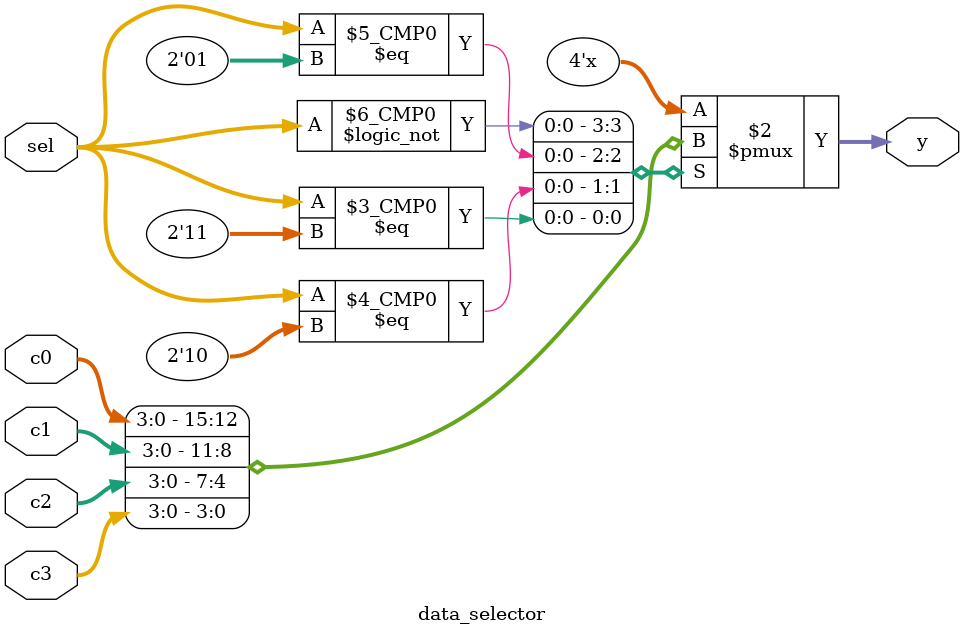
<source format=v>
module data_selector(c0, c1, c2, c3, sel, y);
    input wire [1:0] sel;
    input wire [3:0] c0, c1, c2, c3; 
    output reg [3:0] y;
    
    always @(sel or c0 or c1 or c2 or c3) begin
        case (sel)
        2'b00: y = c0;
        2'b01: y = c1;
        2'b10: y = c2;
        2'b11: y = c3;
        endcase
    end
endmodule
  
</source>
